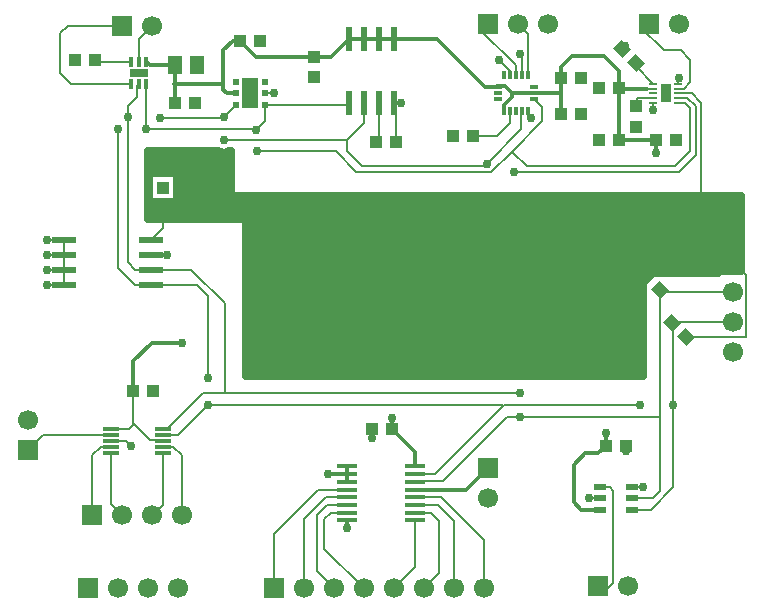
<source format=gtl>
G04 DipTrace 3.1.0.0*
G04 SensorActuatorBreakout.gtl*
%MOIN*%
G04 #@! TF.FileFunction,Copper,L1,Top*
G04 #@! TF.Part,Single*
%AMOUTLINE0*
4,1,16,
0.005906,0.008858,
0.00532,0.01142,
0.003682,0.013475,
0.001314,0.014615,
-0.001314,0.014615,
-0.003682,0.013475,
-0.00532,0.01142,
-0.005906,0.008858,
-0.005906,-0.008858,
-0.00532,-0.01142,
-0.003682,-0.013475,
-0.001314,-0.014615,
0.001314,-0.014615,
0.003682,-0.013475,
0.00532,-0.01142,
0.005906,-0.008858,
0.005906,0.008858,
0*%
%AMOUTLINE3*
4,1,16,
0.008858,-0.005906,
0.01142,-0.00532,
0.013475,-0.003682,
0.014615,-0.001314,
0.014615,0.001314,
0.013475,0.003682,
0.01142,0.00532,
0.008858,0.005906,
-0.008858,0.005906,
-0.01142,0.00532,
-0.013475,0.003682,
-0.014615,0.001314,
-0.014615,-0.001314,
-0.013475,-0.003682,
-0.01142,-0.00532,
-0.008858,-0.005906,
0.008858,-0.005906,
0*%
%AMOUTLINE6*
4,1,4,
0.029231,-0.001392,
0.001392,-0.029231,
-0.029231,0.001392,
-0.001392,0.029231,
0.029231,-0.001392,
0*%
%AMOUTLINE9*
4,1,4,
-0.029231,0.001392,
-0.001392,0.029231,
0.029231,-0.001392,
0.001392,-0.029231,
-0.029231,0.001392,
0*%
G04 #@! TA.AperFunction,Conductor*
%ADD11C,0.006*%
%ADD13C,0.013*%
%ADD14C,0.007874*%
%ADD15C,0.011811*%
G04 #@! TA.AperFunction,CopperBalancing*
%ADD16C,0.025*%
%ADD20R,0.057087X0.011811*%
%ADD21R,0.043307X0.03937*%
%ADD22R,0.051181X0.059055*%
%ADD23R,0.03937X0.043307*%
%ADD25R,0.043307X0.023622*%
%ADD26R,0.07874X0.023622*%
%ADD27R,0.070866X0.015748*%
%ADD29R,0.023622X0.019685*%
%ADD30R,0.055118X0.098425*%
G04 #@! TA.AperFunction,ComponentPad*
%ADD31R,0.066929X0.066929*%
%ADD32C,0.066929*%
%ADD34R,0.01378X0.033465*%
%ADD35R,0.059055X0.025591*%
%ADD37R,0.035433X0.059055*%
%ADD38R,0.031496X0.007874*%
%ADD39R,0.023622X0.07874*%
G04 #@! TA.AperFunction,ViaPad*
%ADD40C,0.03*%
%ADD82OUTLINE0*%
%ADD85OUTLINE3*%
%ADD88OUTLINE6*%
%ADD91OUTLINE9*%
%FSLAX26Y26*%
G04*
G70*
G90*
G75*
G01*
G04 Top*
%LPD*%
X2539088Y1490449D2*
D11*
X2784084D1*
X2831265Y1537630D1*
X2675251Y1287751D2*
X2875249D1*
Y1493646D1*
X2831265Y1537630D1*
X931500Y1719000D2*
Y1652534D1*
X891588Y1612622D1*
X831475Y1106425D2*
Y1000274D1*
X834562Y997188D1*
X887749Y944000D1*
X927780D1*
X929711Y942068D1*
X1550150Y2281423D2*
D13*
X1600150D1*
X1650150D2*
X1600150D1*
X1700150D2*
X1650150D1*
X1433630Y2221026D2*
X1489753D1*
X1550150Y2281423D1*
X1187749Y2275249D2*
X1162749D1*
X1131500Y2244000D1*
Y2131500D1*
Y2112751D1*
X1144000Y2100251D1*
X1174412D1*
X1174512Y2100151D1*
X969000Y2194000D2*
X887530D1*
X875220Y2206310D1*
X969000Y2194000D2*
Y2128348D1*
Y2069000D1*
X1772247Y856451D2*
Y903253D1*
X1694000Y981500D1*
X2387562Y712906D2*
X2325094D1*
X2300251Y737749D1*
Y862751D1*
X2337751Y900251D1*
X2381500D1*
X2406500Y925251D1*
X1694000Y981500D2*
Y1019000D1*
Y1169000D2*
X1719000D1*
X831475Y1106425D2*
Y1206475D1*
X894000Y1269000D1*
X994000D1*
X1219000D2*
X1244000D1*
X2406500Y925251D2*
Y969000D1*
Y1169000D2*
X2419000D1*
Y1194000D1*
X2725251Y1712749D2*
D11*
Y2068999D1*
X2694178Y2100071D1*
X2647627D1*
X2564950Y2115819D2*
D14*
X2542702D1*
D13*
X2453432D1*
X2450251Y2119000D1*
Y1944000D1*
X2575251D2*
X2450251D1*
X2575251D2*
Y1900251D1*
X2544000Y1744000D2*
X2569000D1*
X2256325Y2150066D2*
Y2101419D1*
X2256500D1*
Y2031500D1*
X2166251Y2101275D2*
X2256500Y2101419D1*
X2450251Y2119000D2*
Y2175248D1*
X2400249Y2225249D1*
X2293999D1*
X2256500Y2187751D1*
Y2150240D1*
X2256325Y2150066D1*
X2166251Y2101275D2*
D15*
X2145135Y2101274D1*
D13*
X2092976D1*
X2069000Y2125251D1*
X2043849D1*
D15*
X2048140Y2120960D1*
X2067825Y2042219D2*
Y2061576D1*
D13*
X2092976Y2086727D1*
Y2101274D1*
X2048140Y2120960D2*
D15*
X2027025Y2120959D1*
D13*
X2004541D1*
X1844000Y2281500D1*
X1700227D1*
X1700150Y2281423D1*
X1433630Y2221026D2*
X1241972D1*
X1187749Y2275249D1*
X1131500Y2131500D2*
X965848D1*
X969000Y2128348D1*
X756483Y981438D2*
D11*
X818812D1*
X834562Y997188D1*
X849630Y2206310D2*
Y2280698D1*
X893979Y2325047D1*
X1043803Y2194000D2*
Y2194197D1*
X1035929Y2069000D2*
D3*
X1706383Y1937588D2*
Y2062591D1*
X1700150Y2068824D1*
X600249Y1612622D2*
Y1562622D1*
Y1512622D2*
Y1562622D1*
Y1462622D2*
Y1512622D1*
Y1612622D2*
X544129Y1612751D1*
X600249Y1562622D2*
X544129Y1562751D1*
X600249Y1512622D2*
X544129Y1512751D1*
X600249Y1462622D2*
X543871D1*
X891588Y1562622D2*
X943871D1*
X931500Y1785929D2*
D3*
X2387562Y750307D2*
X2350307D1*
X2493861Y787709D2*
X2531458D1*
X898404Y1106425D2*
D3*
X637749Y2212751D2*
D3*
X1543900Y856451D2*
D13*
Y830861D1*
Y805270D2*
Y830861D1*
X1482139Y831500D1*
X1543900Y677318D2*
Y650350D1*
X2473429Y925251D2*
Y906500D1*
X2647627Y2131567D2*
D11*
Y2147627D1*
X2650251Y2150251D1*
X2506500Y1989571D2*
D3*
X2642180Y1944000D2*
D3*
X2383322Y2119000D2*
D3*
X2323255Y2150066D2*
D3*
X2323429Y2031500D2*
X2319000D1*
Y2025249D1*
X2459175Y2247575D2*
X2469000D1*
Y2256500D1*
X2383322Y1944000D2*
D3*
X2564950Y2068575D2*
Y2046199D1*
X2562751Y2044000D1*
X2146566Y2042219D2*
Y2028934D1*
X2156500Y2019000D1*
X2126881Y2160329D2*
Y2223619D1*
X2119000Y2231500D1*
X2087510Y2160329D2*
Y2175490D1*
X2050249Y2212751D1*
X1895822Y1956500D2*
D3*
X1433630Y2154097D2*
D3*
X1700150Y2068824D2*
X1725073Y2069000D1*
X1269000Y2100151D2*
X1300151Y2100251D1*
X1254678Y2275249D2*
D3*
X1627071Y981500D2*
Y950249D1*
X756483Y942068D2*
X808432D1*
X825249Y925251D1*
X1772247Y779680D2*
D13*
X1942079D1*
X2012601Y850202D1*
X2087510Y2042219D2*
D11*
Y2000010D1*
X2044000Y1956500D1*
X1962751D1*
X824039Y2206310D2*
X711119D1*
X704678Y2212751D1*
X1650150Y2068824D2*
Y1948283D1*
X1639454Y1937588D1*
X2506500Y2200249D2*
Y2190017D1*
X2564950Y2131567D1*
X2506500Y2056500D2*
Y2076261D1*
X2514562Y2084323D1*
X2564950D1*
X1543900Y779680D2*
X1448381D1*
X1300176Y631475D1*
Y450244D1*
X1543900Y754089D2*
X1472785D1*
X1400165Y681470D1*
Y450255D1*
X1400176Y450244D1*
X1543900Y728499D2*
X1478441D1*
X1443911Y693969D1*
Y506509D1*
X1500176Y450244D1*
X1543900Y702908D2*
X1490346D1*
X1468908Y681470D1*
Y581512D1*
X1600176Y450244D1*
X1772255Y677318D2*
Y522323D1*
X1700176Y450244D1*
X1772247Y702908D2*
X1822430D1*
X1850118Y675220D1*
Y500186D1*
X1800176Y450244D1*
X1772247Y728499D2*
X1846835D1*
X1900113Y675220D1*
Y450307D1*
X1900176Y450244D1*
X1772247Y754089D2*
X1858740D1*
X2000102Y612727D1*
Y450318D1*
X2000176Y450244D1*
X2387562Y787709D2*
X2419042D1*
X2431500Y775251D1*
Y468999D1*
X2412751Y450249D1*
X2387556D1*
X2381312Y456493D1*
X2107196Y2160329D2*
Y2193304D1*
X1987749Y2312751D1*
Y2331297D1*
X2012601D1*
X2146566Y2160329D2*
Y2297332D1*
X2112601Y2331297D1*
X824039Y2131507D2*
X625243D1*
X587749Y2169000D1*
Y2300249D1*
X612547Y2325047D1*
X793979D1*
X2647627Y2115819D2*
X2665819D1*
X2687749Y2137749D1*
Y2212751D1*
X2656500Y2244000D1*
X2600249D1*
X2525249Y2319000D1*
Y2331500D1*
X2550249D1*
X756483Y922383D2*
X722383D1*
X694000Y894000D1*
Y694000D1*
X756483Y902698D2*
Y731517D1*
X794000Y694000D1*
X929711Y902698D2*
Y729711D1*
X894000Y694000D1*
X929711Y922383D2*
X965522D1*
X994000Y893906D1*
Y694000D1*
X756483Y961753D2*
X530570D1*
X481512Y912696D1*
X2831265Y1437630D2*
X2591907D1*
X2586413Y1443123D1*
Y1020436D1*
X2587749D1*
Y775249D1*
X2562751Y750251D1*
X2493917D1*
X2493861Y750307D1*
X2586413Y1020436D2*
X2121121D1*
X2076686D1*
X1862751Y806500D1*
X1773476D1*
X1772247Y805270D1*
X2121121Y1100251D2*
X1137751D1*
X1062751D1*
X943938Y981438D1*
X929711D1*
X891588Y1512622D2*
X837878D1*
X812749Y1537751D1*
Y2021946D1*
Y2056499D1*
X844000Y2087749D1*
Y2125877D1*
X849630Y2131507D1*
X919000Y2019000D2*
X1130762D1*
X1133322Y2021559D1*
X1174512Y2062749D1*
X1133322Y1944000D2*
X1544000D1*
X1600249Y2000249D1*
Y2068724D1*
X1600150Y2068824D1*
X1544000Y1944000D2*
Y1906500D1*
X1594000Y1856500D1*
X2000249D1*
X2009625Y1865875D1*
X2125249Y1981500D1*
Y2043850D1*
X2126881Y2042219D1*
X2647627Y2084323D2*
X2678677D1*
X2706500Y2056500D1*
Y1894000D1*
X2650251Y1837751D1*
X2100251D1*
X891588Y1512622D2*
X1025378D1*
X1137751Y1400249D1*
Y1100251D1*
X2831265Y1337630D2*
X2630479D1*
X2627925Y1335076D1*
Y1316324D1*
X2631500Y1312749D1*
Y1060747D1*
Y787751D1*
X2556500Y712751D1*
X2494016D1*
X2493861Y712906D1*
X2519000Y1062749D2*
X2068999D1*
X2065127Y1058878D1*
X1837749Y831500D1*
X1772886D1*
X1772247Y830861D1*
X2065127Y1058878D2*
Y1062749D1*
X1081500D1*
X981500Y962749D1*
X930707D1*
X929711Y961753D1*
X1081500Y1150249D2*
Y1425249D1*
X1044127Y1462622D1*
X891588D1*
X837878D1*
X781500Y1519000D1*
Y1981500D1*
X875249D2*
Y2131478D1*
X875220Y2131507D1*
X1269000Y2062749D2*
Y2006500D1*
X1244000Y1981500D1*
X875249D1*
X1269000Y2062749D2*
X1544075D1*
X1550150Y2068824D1*
X1244000Y1981500D2*
X1241539Y1979039D1*
X1244000Y1906500D2*
X1506500D1*
X1575249Y1837751D1*
X2025251D1*
X2093782Y1906282D1*
X2194000Y2006500D1*
Y2053840D1*
X2166251Y2081590D1*
X2647627Y2068575D2*
X2669425D1*
X2687749Y2050251D1*
Y1906499D1*
X2637751Y1856500D1*
X2143564D1*
X2093782Y1906282D1*
D40*
X1694000Y1019000D3*
Y1169000D3*
X994000Y1269000D3*
X1219000D3*
X2406500Y969000D3*
Y1169000D3*
X2575251Y1900251D3*
X2544000Y1744000D3*
X1043803Y2194197D3*
X1035929Y2069000D3*
X544129Y1612751D3*
Y1562751D3*
Y1512751D3*
X543871Y1462622D3*
X943871Y1562622D3*
X931500Y1785929D3*
X2350307Y750307D3*
X2531458Y787709D3*
X898404Y1106425D3*
X637749Y2212751D3*
X1482139Y831500D3*
X1543900Y650350D3*
X2473429Y906500D3*
X2650251Y2150251D3*
X2506500Y1989571D3*
X2642180Y1944000D3*
X2383322Y2119000D3*
X2323255Y2150066D3*
X2319000Y2025249D3*
X2469000Y2256500D3*
X2383322Y1944000D3*
X2562751Y2044000D3*
X2156500Y2019000D3*
X2119000Y2231500D3*
X2050249Y2212751D3*
X1895822Y1956500D3*
X1433630Y2154097D3*
X1725073Y2069000D3*
X1300151Y2100251D3*
X1254678Y2275249D3*
X898404Y1106425D3*
X1627071Y950249D3*
X825249Y925251D3*
X2121121Y1100251D3*
Y1020436D3*
X919000Y2019000D3*
X812749Y2021946D3*
X1133322Y1944000D3*
Y2021559D3*
X2100251Y1837751D3*
X2009625Y1865875D3*
X2519000Y1062749D3*
X2631500Y1060747D3*
X1081500Y1150249D3*
Y1062749D3*
X781500Y1981500D3*
X875249D3*
D3*
X1241539Y1979039D3*
X1244000Y1906500D3*
X884000Y1881631D2*
D16*
X1154024D1*
X884000Y1856762D2*
X1154024D1*
X980167Y1831894D2*
X1154024D1*
X980167Y1807025D2*
X1154024D1*
X980167Y1782156D2*
X1154024D1*
X980167Y1757287D2*
X1154024D1*
X884000Y1732419D2*
X2854024D1*
X884000Y1707550D2*
X2854024D1*
X884000Y1682681D2*
X2854024D1*
X1208976Y1657812D2*
X2854024D1*
X1208976Y1632944D2*
X2854024D1*
X1208976Y1608075D2*
X2854024D1*
X1208976Y1583206D2*
X2854024D1*
X1208976Y1558337D2*
X2854024D1*
X1208976Y1533469D2*
X2854024D1*
X1208976Y1508600D2*
X2854024D1*
X1208976Y1483731D2*
X2529024D1*
X1208976Y1458862D2*
X2529024D1*
X1208976Y1433993D2*
X2529024D1*
X1208976Y1409125D2*
X2529024D1*
X1208976Y1384256D2*
X2529024D1*
X1208976Y1359387D2*
X2529024D1*
X1208976Y1334518D2*
X2529024D1*
X1208976Y1309650D2*
X2529024D1*
X1208976Y1284781D2*
X2529024D1*
X1208976Y1259912D2*
X2529024D1*
X1208976Y1235043D2*
X2529024D1*
X1208976Y1210175D2*
X2529024D1*
X1208976Y1185306D2*
X2529024D1*
X1208976Y1160437D2*
X2529024D1*
X897815Y1834083D2*
X977685D1*
Y1737776D1*
X885315D1*
Y1834083D1*
X897815D1*
X2531514Y1437977D2*
X2530682Y1444516D1*
X2531514Y1451054D1*
X2531414Y1450702D1*
X2531538Y1494981D1*
X2532451Y1498784D1*
X2534495Y1502118D1*
X2537469Y1504658D1*
X2541082Y1506155D1*
X2544000Y1506500D1*
X2856500D1*
Y1756500D1*
X1167045Y1756654D1*
X1163325Y1757862D1*
X1160161Y1760161D1*
X1157862Y1763325D1*
X1156654Y1767045D1*
X1156500Y1781500D1*
Y1906500D1*
X1151080D1*
X1143010Y1903647D1*
X1136578Y1902628D1*
X1130065D1*
X1123634Y1903647D1*
X1115579Y1906517D1*
X881500Y1906500D1*
Y1681500D1*
X1195955Y1681346D1*
X1199675Y1680138D1*
X1202839Y1677839D1*
X1205138Y1674675D1*
X1206346Y1670955D1*
X1206500Y1656500D1*
Y1156500D1*
X2531500D1*
X2531414Y1438329D1*
X2530682Y1444516D1*
X2531414Y1450702D1*
D82*
X2067825Y2042219D3*
X2087510D3*
X2107196D3*
X2126881D3*
D85*
X2166251Y2081590D3*
Y2101275D3*
Y2120960D3*
D82*
X2126881Y2160330D3*
X2107196D3*
X2087510D3*
X2067825D3*
D85*
X2048140Y2120960D3*
Y2101275D3*
Y2081590D3*
D82*
X2146566Y2042219D3*
Y2160330D3*
D20*
X756483Y981438D3*
Y961753D3*
Y942068D3*
Y922383D3*
Y902698D3*
X929711D3*
Y922383D3*
Y942068D3*
Y961753D3*
Y981438D3*
D21*
X1962751Y1956500D3*
X1895822D3*
X2256325Y2150066D3*
X2323255D3*
X2256500Y2031500D3*
X2323429D3*
D22*
X969000Y2194000D3*
X1043803D3*
D21*
X969000Y2069000D3*
X1035929D3*
X831475Y1106425D3*
X898404D3*
D23*
X1433630Y2221026D3*
Y2154097D3*
X931500Y1719000D3*
Y1785929D3*
D21*
X1187749Y2275249D3*
X1254678D3*
X2406500Y925251D3*
X2473429D3*
X1694000Y981500D3*
X1627071D3*
D23*
X2506500Y2056500D3*
Y1989571D3*
D21*
X2450251Y1944000D3*
X2383322D3*
X2450251Y2119000D3*
X2383322D3*
D88*
X2506500Y2200249D3*
X2459175Y2247575D3*
D21*
X2575251Y1944000D3*
X2642180D3*
D25*
X2387562Y787709D3*
Y750307D3*
Y712906D3*
X2493861D3*
Y750307D3*
Y787709D3*
D26*
X600249Y1612622D3*
Y1562622D3*
Y1512622D3*
Y1462622D3*
X891588D3*
Y1512622D3*
Y1562622D3*
Y1612622D3*
D27*
X1543900Y856451D3*
Y830861D3*
Y805270D3*
Y779680D3*
Y754089D3*
Y728499D3*
Y702908D3*
Y677318D3*
X1772255D3*
X1772247Y702908D3*
Y728499D3*
Y754089D3*
Y779680D3*
Y805270D3*
Y830861D3*
Y856451D3*
D29*
X1269000Y2062749D3*
Y2100151D3*
Y2137552D3*
X1174512D3*
Y2100151D3*
Y2062749D3*
D30*
X1221756Y2100151D3*
D31*
X1300176Y450244D3*
D32*
X1400176D3*
X1500176D3*
X1600176D3*
X1700176D3*
X1800176D3*
X1900176D3*
X2000176D3*
D31*
X2381312Y456493D3*
D32*
X2481312D3*
D31*
X2012601Y2331297D3*
D32*
X2112601D3*
X2212601D3*
D31*
X793979Y2325047D3*
D32*
X893979D3*
D31*
X2550249Y2331500D3*
D32*
X2650249D3*
D31*
X694000Y694000D3*
D32*
X794000D3*
X894000D3*
X994000D3*
D31*
X681491Y450244D3*
D32*
X781491D3*
X881491D3*
X981491D3*
D31*
X481512Y912696D3*
D32*
Y1012696D3*
D31*
X2012601Y850202D3*
D32*
Y750202D3*
D31*
X2831265Y1537630D3*
D32*
Y1437630D3*
Y1337630D3*
Y1237630D3*
D34*
X875220Y2206310D3*
X849630D3*
X824039D3*
Y2131507D3*
X849630D3*
X875220D3*
D35*
X849630Y2168908D3*
D37*
X2606289Y2100071D3*
D38*
X2564950Y2115819D3*
Y2100071D3*
Y2084323D3*
Y2068575D3*
X2647627D3*
Y2084323D3*
Y2100071D3*
Y2115819D3*
Y2131567D3*
X2564950D3*
D21*
X637749Y2212751D3*
X704678D3*
X1706383Y1937588D3*
X1639454D3*
D91*
X2539088Y1490449D3*
X2586413Y1443123D3*
X2675251Y1287751D3*
X2627925Y1335076D3*
D39*
X1550150Y2068824D3*
X1600150D3*
X1650150D3*
X1700150D3*
Y2281423D3*
X1650150D3*
X1600150D3*
X1550150D3*
M02*

</source>
